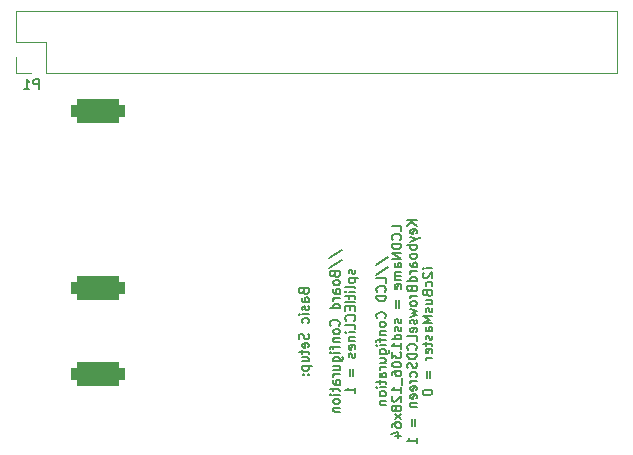
<source format=gbo>
%TF.GenerationSoftware,KiCad,Pcbnew,(6.0.2)*%
%TF.CreationDate,2022-03-15T19:15:36-04:00*%
%TF.ProjectId,Pi1541_Main_Board,50693135-3431-45f4-9d61-696e5f426f61,1.0*%
%TF.SameCoordinates,Original*%
%TF.FileFunction,Legend,Bot*%
%TF.FilePolarity,Positive*%
%FSLAX46Y46*%
G04 Gerber Fmt 4.6, Leading zero omitted, Abs format (unit mm)*
G04 Created by KiCad (PCBNEW (6.0.2)) date 2022-03-15 19:15:36*
%MOMM*%
%LPD*%
G01*
G04 APERTURE LIST*
G04 Aperture macros list*
%AMRoundRect*
0 Rectangle with rounded corners*
0 $1 Rounding radius*
0 $2 $3 $4 $5 $6 $7 $8 $9 X,Y pos of 4 corners*
0 Add a 4 corners polygon primitive as box body*
4,1,4,$2,$3,$4,$5,$6,$7,$8,$9,$2,$3,0*
0 Add four circle primitives for the rounded corners*
1,1,$1+$1,$2,$3*
1,1,$1+$1,$4,$5*
1,1,$1+$1,$6,$7*
1,1,$1+$1,$8,$9*
0 Add four rect primitives between the rounded corners*
20,1,$1+$1,$2,$3,$4,$5,0*
20,1,$1+$1,$4,$5,$6,$7,0*
20,1,$1+$1,$6,$7,$8,$9,0*
20,1,$1+$1,$8,$9,$2,$3,0*%
G04 Aperture macros list end*
%ADD10C,0.152400*%
%ADD11C,0.120000*%
%ADD12C,2.400000*%
%ADD13RoundRect,0.500000X-1.800000X0.500000X-1.800000X-0.500000X1.800000X-0.500000X1.800000X0.500000X0*%
%ADD14C,2.000000*%
%ADD15RoundRect,0.500000X-0.500000X-1.800000X0.500000X-1.800000X0.500000X1.800000X-0.500000X1.800000X0*%
%ADD16R,1.700000X1.700000*%
%ADD17O,1.700000X1.700000*%
%ADD18C,2.700000*%
%ADD19O,2.700000X5.400000*%
G04 APERTURE END LIST*
D10*
X138407510Y-80613333D02*
X138446215Y-80729447D01*
X138484920Y-80768152D01*
X138562329Y-80806857D01*
X138678444Y-80806857D01*
X138755853Y-80768152D01*
X138794558Y-80729447D01*
X138833263Y-80652038D01*
X138833263Y-80342400D01*
X138020463Y-80342400D01*
X138020463Y-80613333D01*
X138059168Y-80690742D01*
X138097872Y-80729447D01*
X138175282Y-80768152D01*
X138252691Y-80768152D01*
X138330101Y-80729447D01*
X138368806Y-80690742D01*
X138407510Y-80613333D01*
X138407510Y-80342400D01*
X138833263Y-81503542D02*
X138407510Y-81503542D01*
X138330101Y-81464838D01*
X138291396Y-81387428D01*
X138291396Y-81232609D01*
X138330101Y-81155200D01*
X138794558Y-81503542D02*
X138833263Y-81426133D01*
X138833263Y-81232609D01*
X138794558Y-81155200D01*
X138717148Y-81116495D01*
X138639739Y-81116495D01*
X138562329Y-81155200D01*
X138523625Y-81232609D01*
X138523625Y-81426133D01*
X138484920Y-81503542D01*
X138794558Y-81851885D02*
X138833263Y-81929295D01*
X138833263Y-82084114D01*
X138794558Y-82161523D01*
X138717148Y-82200228D01*
X138678444Y-82200228D01*
X138601034Y-82161523D01*
X138562329Y-82084114D01*
X138562329Y-81968000D01*
X138523625Y-81890590D01*
X138446215Y-81851885D01*
X138407510Y-81851885D01*
X138330101Y-81890590D01*
X138291396Y-81968000D01*
X138291396Y-82084114D01*
X138330101Y-82161523D01*
X138833263Y-82548571D02*
X138291396Y-82548571D01*
X138020463Y-82548571D02*
X138059168Y-82509866D01*
X138097872Y-82548571D01*
X138059168Y-82587276D01*
X138020463Y-82548571D01*
X138097872Y-82548571D01*
X138794558Y-83283961D02*
X138833263Y-83206552D01*
X138833263Y-83051733D01*
X138794558Y-82974323D01*
X138755853Y-82935619D01*
X138678444Y-82896914D01*
X138446215Y-82896914D01*
X138368806Y-82935619D01*
X138330101Y-82974323D01*
X138291396Y-83051733D01*
X138291396Y-83206552D01*
X138330101Y-83283961D01*
X138794558Y-84212876D02*
X138833263Y-84328990D01*
X138833263Y-84522514D01*
X138794558Y-84599923D01*
X138755853Y-84638628D01*
X138678444Y-84677333D01*
X138601034Y-84677333D01*
X138523625Y-84638628D01*
X138484920Y-84599923D01*
X138446215Y-84522514D01*
X138407510Y-84367695D01*
X138368806Y-84290285D01*
X138330101Y-84251580D01*
X138252691Y-84212876D01*
X138175282Y-84212876D01*
X138097872Y-84251580D01*
X138059168Y-84290285D01*
X138020463Y-84367695D01*
X138020463Y-84561219D01*
X138059168Y-84677333D01*
X138794558Y-85335314D02*
X138833263Y-85257904D01*
X138833263Y-85103085D01*
X138794558Y-85025676D01*
X138717148Y-84986971D01*
X138407510Y-84986971D01*
X138330101Y-85025676D01*
X138291396Y-85103085D01*
X138291396Y-85257904D01*
X138330101Y-85335314D01*
X138407510Y-85374019D01*
X138484920Y-85374019D01*
X138562329Y-84986971D01*
X138291396Y-85606247D02*
X138291396Y-85915885D01*
X138020463Y-85722361D02*
X138717148Y-85722361D01*
X138794558Y-85761066D01*
X138833263Y-85838476D01*
X138833263Y-85915885D01*
X138291396Y-86535161D02*
X138833263Y-86535161D01*
X138291396Y-86186819D02*
X138717148Y-86186819D01*
X138794558Y-86225523D01*
X138833263Y-86302933D01*
X138833263Y-86419047D01*
X138794558Y-86496457D01*
X138755853Y-86535161D01*
X138291396Y-86922209D02*
X139104196Y-86922209D01*
X138330101Y-86922209D02*
X138291396Y-86999619D01*
X138291396Y-87154438D01*
X138330101Y-87231847D01*
X138368806Y-87270552D01*
X138446215Y-87309257D01*
X138678444Y-87309257D01*
X138755853Y-87270552D01*
X138794558Y-87231847D01*
X138833263Y-87154438D01*
X138833263Y-86999619D01*
X138794558Y-86922209D01*
X138755853Y-87657600D02*
X138794558Y-87696304D01*
X138833263Y-87657600D01*
X138794558Y-87618895D01*
X138755853Y-87657600D01*
X138833263Y-87657600D01*
X138330101Y-87657600D02*
X138368806Y-87696304D01*
X138407510Y-87657600D01*
X138368806Y-87618895D01*
X138330101Y-87657600D01*
X138407510Y-87657600D01*
X140598974Y-77768533D02*
X141644003Y-77071847D01*
X140598974Y-78620038D02*
X141644003Y-77923352D01*
X141024726Y-79161904D02*
X141063431Y-79278019D01*
X141102136Y-79316723D01*
X141179545Y-79355428D01*
X141295660Y-79355428D01*
X141373069Y-79316723D01*
X141411774Y-79278019D01*
X141450479Y-79200609D01*
X141450479Y-78890971D01*
X140637679Y-78890971D01*
X140637679Y-79161904D01*
X140676384Y-79239314D01*
X140715088Y-79278019D01*
X140792498Y-79316723D01*
X140869907Y-79316723D01*
X140947317Y-79278019D01*
X140986022Y-79239314D01*
X141024726Y-79161904D01*
X141024726Y-78890971D01*
X141450479Y-79819885D02*
X141411774Y-79742476D01*
X141373069Y-79703771D01*
X141295660Y-79665066D01*
X141063431Y-79665066D01*
X140986022Y-79703771D01*
X140947317Y-79742476D01*
X140908612Y-79819885D01*
X140908612Y-79936000D01*
X140947317Y-80013409D01*
X140986022Y-80052114D01*
X141063431Y-80090819D01*
X141295660Y-80090819D01*
X141373069Y-80052114D01*
X141411774Y-80013409D01*
X141450479Y-79936000D01*
X141450479Y-79819885D01*
X141450479Y-80787504D02*
X141024726Y-80787504D01*
X140947317Y-80748800D01*
X140908612Y-80671390D01*
X140908612Y-80516571D01*
X140947317Y-80439161D01*
X141411774Y-80787504D02*
X141450479Y-80710095D01*
X141450479Y-80516571D01*
X141411774Y-80439161D01*
X141334364Y-80400457D01*
X141256955Y-80400457D01*
X141179545Y-80439161D01*
X141140841Y-80516571D01*
X141140841Y-80710095D01*
X141102136Y-80787504D01*
X141450479Y-81174552D02*
X140908612Y-81174552D01*
X141063431Y-81174552D02*
X140986022Y-81213257D01*
X140947317Y-81251961D01*
X140908612Y-81329371D01*
X140908612Y-81406780D01*
X141450479Y-82026057D02*
X140637679Y-82026057D01*
X141411774Y-82026057D02*
X141450479Y-81948647D01*
X141450479Y-81793828D01*
X141411774Y-81716419D01*
X141373069Y-81677714D01*
X141295660Y-81639009D01*
X141063431Y-81639009D01*
X140986022Y-81677714D01*
X140947317Y-81716419D01*
X140908612Y-81793828D01*
X140908612Y-81948647D01*
X140947317Y-82026057D01*
X141373069Y-83496838D02*
X141411774Y-83458133D01*
X141450479Y-83342019D01*
X141450479Y-83264609D01*
X141411774Y-83148495D01*
X141334364Y-83071085D01*
X141256955Y-83032380D01*
X141102136Y-82993676D01*
X140986022Y-82993676D01*
X140831203Y-83032380D01*
X140753793Y-83071085D01*
X140676384Y-83148495D01*
X140637679Y-83264609D01*
X140637679Y-83342019D01*
X140676384Y-83458133D01*
X140715088Y-83496838D01*
X141450479Y-83961295D02*
X141411774Y-83883885D01*
X141373069Y-83845180D01*
X141295660Y-83806476D01*
X141063431Y-83806476D01*
X140986022Y-83845180D01*
X140947317Y-83883885D01*
X140908612Y-83961295D01*
X140908612Y-84077409D01*
X140947317Y-84154819D01*
X140986022Y-84193523D01*
X141063431Y-84232228D01*
X141295660Y-84232228D01*
X141373069Y-84193523D01*
X141411774Y-84154819D01*
X141450479Y-84077409D01*
X141450479Y-83961295D01*
X140908612Y-84580571D02*
X141450479Y-84580571D01*
X140986022Y-84580571D02*
X140947317Y-84619276D01*
X140908612Y-84696685D01*
X140908612Y-84812800D01*
X140947317Y-84890209D01*
X141024726Y-84928914D01*
X141450479Y-84928914D01*
X140908612Y-85199847D02*
X140908612Y-85509485D01*
X141450479Y-85315961D02*
X140753793Y-85315961D01*
X140676384Y-85354666D01*
X140637679Y-85432076D01*
X140637679Y-85509485D01*
X141450479Y-85780419D02*
X140908612Y-85780419D01*
X140637679Y-85780419D02*
X140676384Y-85741714D01*
X140715088Y-85780419D01*
X140676384Y-85819123D01*
X140637679Y-85780419D01*
X140715088Y-85780419D01*
X140908612Y-86515809D02*
X141566593Y-86515809D01*
X141644003Y-86477104D01*
X141682707Y-86438400D01*
X141721412Y-86360990D01*
X141721412Y-86244876D01*
X141682707Y-86167466D01*
X141411774Y-86515809D02*
X141450479Y-86438400D01*
X141450479Y-86283580D01*
X141411774Y-86206171D01*
X141373069Y-86167466D01*
X141295660Y-86128761D01*
X141063431Y-86128761D01*
X140986022Y-86167466D01*
X140947317Y-86206171D01*
X140908612Y-86283580D01*
X140908612Y-86438400D01*
X140947317Y-86515809D01*
X140908612Y-87251200D02*
X141450479Y-87251200D01*
X140908612Y-86902857D02*
X141334364Y-86902857D01*
X141411774Y-86941561D01*
X141450479Y-87018971D01*
X141450479Y-87135085D01*
X141411774Y-87212495D01*
X141373069Y-87251200D01*
X141450479Y-87638247D02*
X140908612Y-87638247D01*
X141063431Y-87638247D02*
X140986022Y-87676952D01*
X140947317Y-87715657D01*
X140908612Y-87793066D01*
X140908612Y-87870476D01*
X141450479Y-88489752D02*
X141024726Y-88489752D01*
X140947317Y-88451047D01*
X140908612Y-88373638D01*
X140908612Y-88218819D01*
X140947317Y-88141409D01*
X141411774Y-88489752D02*
X141450479Y-88412342D01*
X141450479Y-88218819D01*
X141411774Y-88141409D01*
X141334364Y-88102704D01*
X141256955Y-88102704D01*
X141179545Y-88141409D01*
X141140841Y-88218819D01*
X141140841Y-88412342D01*
X141102136Y-88489752D01*
X140908612Y-88760685D02*
X140908612Y-89070323D01*
X140637679Y-88876800D02*
X141334364Y-88876800D01*
X141411774Y-88915504D01*
X141450479Y-88992914D01*
X141450479Y-89070323D01*
X141450479Y-89341257D02*
X140908612Y-89341257D01*
X140637679Y-89341257D02*
X140676384Y-89302552D01*
X140715088Y-89341257D01*
X140676384Y-89379961D01*
X140637679Y-89341257D01*
X140715088Y-89341257D01*
X141450479Y-89844419D02*
X141411774Y-89767009D01*
X141373069Y-89728304D01*
X141295660Y-89689600D01*
X141063431Y-89689600D01*
X140986022Y-89728304D01*
X140947317Y-89767009D01*
X140908612Y-89844419D01*
X140908612Y-89960533D01*
X140947317Y-90037942D01*
X140986022Y-90076647D01*
X141063431Y-90115352D01*
X141295660Y-90115352D01*
X141373069Y-90076647D01*
X141411774Y-90037942D01*
X141450479Y-89960533D01*
X141450479Y-89844419D01*
X140908612Y-90463695D02*
X141450479Y-90463695D01*
X140986022Y-90463695D02*
X140947317Y-90502400D01*
X140908612Y-90579809D01*
X140908612Y-90695923D01*
X140947317Y-90773333D01*
X141024726Y-90812038D01*
X141450479Y-90812038D01*
X142720382Y-78774857D02*
X142759087Y-78852266D01*
X142759087Y-79007085D01*
X142720382Y-79084495D01*
X142642972Y-79123200D01*
X142604268Y-79123200D01*
X142526858Y-79084495D01*
X142488153Y-79007085D01*
X142488153Y-78890971D01*
X142449449Y-78813561D01*
X142372039Y-78774857D01*
X142333334Y-78774857D01*
X142255925Y-78813561D01*
X142217220Y-78890971D01*
X142217220Y-79007085D01*
X142255925Y-79084495D01*
X142217220Y-79471542D02*
X143030020Y-79471542D01*
X142255925Y-79471542D02*
X142217220Y-79548952D01*
X142217220Y-79703771D01*
X142255925Y-79781180D01*
X142294630Y-79819885D01*
X142372039Y-79858590D01*
X142604268Y-79858590D01*
X142681677Y-79819885D01*
X142720382Y-79781180D01*
X142759087Y-79703771D01*
X142759087Y-79548952D01*
X142720382Y-79471542D01*
X142759087Y-80323047D02*
X142720382Y-80245638D01*
X142642972Y-80206933D01*
X141946287Y-80206933D01*
X142759087Y-80632685D02*
X142217220Y-80632685D01*
X141946287Y-80632685D02*
X141984992Y-80593980D01*
X142023696Y-80632685D01*
X141984992Y-80671390D01*
X141946287Y-80632685D01*
X142023696Y-80632685D01*
X142217220Y-80903619D02*
X142217220Y-81213257D01*
X141946287Y-81019733D02*
X142642972Y-81019733D01*
X142720382Y-81058438D01*
X142759087Y-81135847D01*
X142759087Y-81213257D01*
X142759087Y-81484190D02*
X141946287Y-81484190D01*
X142333334Y-81871238D02*
X142333334Y-82142171D01*
X142759087Y-82258285D02*
X142759087Y-81871238D01*
X141946287Y-81871238D01*
X141946287Y-82258285D01*
X142681677Y-83071085D02*
X142720382Y-83032380D01*
X142759087Y-82916266D01*
X142759087Y-82838857D01*
X142720382Y-82722742D01*
X142642972Y-82645333D01*
X142565563Y-82606628D01*
X142410744Y-82567923D01*
X142294630Y-82567923D01*
X142139811Y-82606628D01*
X142062401Y-82645333D01*
X141984992Y-82722742D01*
X141946287Y-82838857D01*
X141946287Y-82916266D01*
X141984992Y-83032380D01*
X142023696Y-83071085D01*
X142759087Y-83806476D02*
X142759087Y-83419428D01*
X141946287Y-83419428D01*
X142759087Y-84077409D02*
X142217220Y-84077409D01*
X141946287Y-84077409D02*
X141984992Y-84038704D01*
X142023696Y-84077409D01*
X141984992Y-84116114D01*
X141946287Y-84077409D01*
X142023696Y-84077409D01*
X142217220Y-84464457D02*
X142759087Y-84464457D01*
X142294630Y-84464457D02*
X142255925Y-84503161D01*
X142217220Y-84580571D01*
X142217220Y-84696685D01*
X142255925Y-84774095D01*
X142333334Y-84812800D01*
X142759087Y-84812800D01*
X142720382Y-85509485D02*
X142759087Y-85432076D01*
X142759087Y-85277257D01*
X142720382Y-85199847D01*
X142642972Y-85161142D01*
X142333334Y-85161142D01*
X142255925Y-85199847D01*
X142217220Y-85277257D01*
X142217220Y-85432076D01*
X142255925Y-85509485D01*
X142333334Y-85548190D01*
X142410744Y-85548190D01*
X142488153Y-85161142D01*
X142720382Y-85857828D02*
X142759087Y-85935238D01*
X142759087Y-86090057D01*
X142720382Y-86167466D01*
X142642972Y-86206171D01*
X142604268Y-86206171D01*
X142526858Y-86167466D01*
X142488153Y-86090057D01*
X142488153Y-85973942D01*
X142449449Y-85896533D01*
X142372039Y-85857828D01*
X142333334Y-85857828D01*
X142255925Y-85896533D01*
X142217220Y-85973942D01*
X142217220Y-86090057D01*
X142255925Y-86167466D01*
X142333334Y-87173790D02*
X142333334Y-87793066D01*
X142565563Y-87793066D02*
X142565563Y-87173790D01*
X142759087Y-89225142D02*
X142759087Y-88760685D01*
X142759087Y-88992914D02*
X141946287Y-88992914D01*
X142062401Y-88915504D01*
X142139811Y-88838095D01*
X142178515Y-88760685D01*
X144524798Y-78387809D02*
X145569827Y-77691123D01*
X144524798Y-79239314D02*
X145569827Y-78542628D01*
X145376303Y-79897295D02*
X145376303Y-79510247D01*
X144563503Y-79510247D01*
X145298893Y-80632685D02*
X145337598Y-80593980D01*
X145376303Y-80477866D01*
X145376303Y-80400457D01*
X145337598Y-80284342D01*
X145260188Y-80206933D01*
X145182779Y-80168228D01*
X145027960Y-80129523D01*
X144911846Y-80129523D01*
X144757027Y-80168228D01*
X144679617Y-80206933D01*
X144602208Y-80284342D01*
X144563503Y-80400457D01*
X144563503Y-80477866D01*
X144602208Y-80593980D01*
X144640912Y-80632685D01*
X145376303Y-80981028D02*
X144563503Y-80981028D01*
X144563503Y-81174552D01*
X144602208Y-81290666D01*
X144679617Y-81368076D01*
X144757027Y-81406780D01*
X144911846Y-81445485D01*
X145027960Y-81445485D01*
X145182779Y-81406780D01*
X145260188Y-81368076D01*
X145337598Y-81290666D01*
X145376303Y-81174552D01*
X145376303Y-80981028D01*
X145298893Y-82877561D02*
X145337598Y-82838857D01*
X145376303Y-82722742D01*
X145376303Y-82645333D01*
X145337598Y-82529219D01*
X145260188Y-82451809D01*
X145182779Y-82413104D01*
X145027960Y-82374399D01*
X144911846Y-82374399D01*
X144757027Y-82413104D01*
X144679617Y-82451809D01*
X144602208Y-82529219D01*
X144563503Y-82645333D01*
X144563503Y-82722742D01*
X144602208Y-82838857D01*
X144640912Y-82877561D01*
X145376303Y-83342019D02*
X145337598Y-83264609D01*
X145298893Y-83225904D01*
X145221484Y-83187199D01*
X144989255Y-83187199D01*
X144911846Y-83225904D01*
X144873141Y-83264609D01*
X144834436Y-83342019D01*
X144834436Y-83458133D01*
X144873141Y-83535542D01*
X144911846Y-83574247D01*
X144989255Y-83612952D01*
X145221484Y-83612952D01*
X145298893Y-83574247D01*
X145337598Y-83535542D01*
X145376303Y-83458133D01*
X145376303Y-83342019D01*
X144834436Y-83961295D02*
X145376303Y-83961295D01*
X144911846Y-83961295D02*
X144873141Y-83999999D01*
X144834436Y-84077409D01*
X144834436Y-84193523D01*
X144873141Y-84270933D01*
X144950550Y-84309638D01*
X145376303Y-84309638D01*
X144834436Y-84580571D02*
X144834436Y-84890209D01*
X145376303Y-84696685D02*
X144679617Y-84696685D01*
X144602208Y-84735390D01*
X144563503Y-84812799D01*
X144563503Y-84890209D01*
X145376303Y-85161142D02*
X144834436Y-85161142D01*
X144563503Y-85161142D02*
X144602208Y-85122438D01*
X144640912Y-85161142D01*
X144602208Y-85199847D01*
X144563503Y-85161142D01*
X144640912Y-85161142D01*
X144834436Y-85896533D02*
X145492417Y-85896533D01*
X145569827Y-85857828D01*
X145608531Y-85819123D01*
X145647236Y-85741714D01*
X145647236Y-85625599D01*
X145608531Y-85548190D01*
X145337598Y-85896533D02*
X145376303Y-85819123D01*
X145376303Y-85664304D01*
X145337598Y-85586895D01*
X145298893Y-85548190D01*
X145221484Y-85509485D01*
X144989255Y-85509485D01*
X144911846Y-85548190D01*
X144873141Y-85586895D01*
X144834436Y-85664304D01*
X144834436Y-85819123D01*
X144873141Y-85896533D01*
X144834436Y-86631923D02*
X145376303Y-86631923D01*
X144834436Y-86283580D02*
X145260188Y-86283580D01*
X145337598Y-86322285D01*
X145376303Y-86399695D01*
X145376303Y-86515809D01*
X145337598Y-86593219D01*
X145298893Y-86631923D01*
X145376303Y-87018971D02*
X144834436Y-87018971D01*
X144989255Y-87018971D02*
X144911846Y-87057676D01*
X144873141Y-87096380D01*
X144834436Y-87173790D01*
X144834436Y-87251199D01*
X145376303Y-87870476D02*
X144950550Y-87870476D01*
X144873141Y-87831771D01*
X144834436Y-87754361D01*
X144834436Y-87599542D01*
X144873141Y-87522133D01*
X145337598Y-87870476D02*
X145376303Y-87793066D01*
X145376303Y-87599542D01*
X145337598Y-87522133D01*
X145260188Y-87483428D01*
X145182779Y-87483428D01*
X145105369Y-87522133D01*
X145066665Y-87599542D01*
X145066665Y-87793066D01*
X145027960Y-87870476D01*
X144834436Y-88141409D02*
X144834436Y-88451047D01*
X144563503Y-88257523D02*
X145260188Y-88257523D01*
X145337598Y-88296228D01*
X145376303Y-88373638D01*
X145376303Y-88451047D01*
X145376303Y-88721980D02*
X144834436Y-88721980D01*
X144563503Y-88721980D02*
X144602208Y-88683276D01*
X144640912Y-88721980D01*
X144602208Y-88760685D01*
X144563503Y-88721980D01*
X144640912Y-88721980D01*
X145376303Y-89225142D02*
X145337598Y-89147733D01*
X145298893Y-89109028D01*
X145221484Y-89070323D01*
X144989255Y-89070323D01*
X144911846Y-89109028D01*
X144873141Y-89147733D01*
X144834436Y-89225142D01*
X144834436Y-89341257D01*
X144873141Y-89418666D01*
X144911846Y-89457371D01*
X144989255Y-89496076D01*
X145221484Y-89496076D01*
X145298893Y-89457371D01*
X145337598Y-89418666D01*
X145376303Y-89341257D01*
X145376303Y-89225142D01*
X144834436Y-89844419D02*
X145376303Y-89844419D01*
X144911846Y-89844419D02*
X144873141Y-89883123D01*
X144834436Y-89960533D01*
X144834436Y-90076647D01*
X144873141Y-90154057D01*
X144950550Y-90192761D01*
X145376303Y-90192761D01*
X146684911Y-75484952D02*
X146684911Y-75097904D01*
X145872111Y-75097904D01*
X146607501Y-76220342D02*
X146646206Y-76181638D01*
X146684911Y-76065523D01*
X146684911Y-75988114D01*
X146646206Y-75872000D01*
X146568796Y-75794590D01*
X146491387Y-75755885D01*
X146336568Y-75717180D01*
X146220454Y-75717180D01*
X146065635Y-75755885D01*
X145988225Y-75794590D01*
X145910816Y-75872000D01*
X145872111Y-75988114D01*
X145872111Y-76065523D01*
X145910816Y-76181638D01*
X145949520Y-76220342D01*
X146684911Y-76568685D02*
X145872111Y-76568685D01*
X145872111Y-76762209D01*
X145910816Y-76878323D01*
X145988225Y-76955733D01*
X146065635Y-76994438D01*
X146220454Y-77033142D01*
X146336568Y-77033142D01*
X146491387Y-76994438D01*
X146568796Y-76955733D01*
X146646206Y-76878323D01*
X146684911Y-76762209D01*
X146684911Y-76568685D01*
X146684911Y-77381485D02*
X145872111Y-77381485D01*
X146684911Y-77845942D01*
X145872111Y-77845942D01*
X146684911Y-78581333D02*
X146259158Y-78581333D01*
X146181749Y-78542628D01*
X146143044Y-78465219D01*
X146143044Y-78310400D01*
X146181749Y-78232990D01*
X146646206Y-78581333D02*
X146684911Y-78503923D01*
X146684911Y-78310400D01*
X146646206Y-78232990D01*
X146568796Y-78194285D01*
X146491387Y-78194285D01*
X146413977Y-78232990D01*
X146375273Y-78310400D01*
X146375273Y-78503923D01*
X146336568Y-78581333D01*
X146684911Y-78968380D02*
X146143044Y-78968380D01*
X146220454Y-78968380D02*
X146181749Y-79007085D01*
X146143044Y-79084495D01*
X146143044Y-79200609D01*
X146181749Y-79278019D01*
X146259158Y-79316723D01*
X146684911Y-79316723D01*
X146259158Y-79316723D02*
X146181749Y-79355428D01*
X146143044Y-79432838D01*
X146143044Y-79548952D01*
X146181749Y-79626361D01*
X146259158Y-79665066D01*
X146684911Y-79665066D01*
X146646206Y-80361752D02*
X146684911Y-80284342D01*
X146684911Y-80129523D01*
X146646206Y-80052114D01*
X146568796Y-80013409D01*
X146259158Y-80013409D01*
X146181749Y-80052114D01*
X146143044Y-80129523D01*
X146143044Y-80284342D01*
X146181749Y-80361752D01*
X146259158Y-80400457D01*
X146336568Y-80400457D01*
X146413977Y-80013409D01*
X146259158Y-81368076D02*
X146259158Y-81987352D01*
X146491387Y-81987352D02*
X146491387Y-81368076D01*
X146646206Y-82954971D02*
X146684911Y-83032380D01*
X146684911Y-83187200D01*
X146646206Y-83264609D01*
X146568796Y-83303314D01*
X146530092Y-83303314D01*
X146452682Y-83264609D01*
X146413977Y-83187200D01*
X146413977Y-83071085D01*
X146375273Y-82993676D01*
X146297863Y-82954971D01*
X146259158Y-82954971D01*
X146181749Y-82993676D01*
X146143044Y-83071085D01*
X146143044Y-83187200D01*
X146181749Y-83264609D01*
X146646206Y-83612952D02*
X146684911Y-83690361D01*
X146684911Y-83845180D01*
X146646206Y-83922590D01*
X146568796Y-83961295D01*
X146530092Y-83961295D01*
X146452682Y-83922590D01*
X146413977Y-83845180D01*
X146413977Y-83729066D01*
X146375273Y-83651657D01*
X146297863Y-83612952D01*
X146259158Y-83612952D01*
X146181749Y-83651657D01*
X146143044Y-83729066D01*
X146143044Y-83845180D01*
X146181749Y-83922590D01*
X146684911Y-84657980D02*
X145872111Y-84657980D01*
X146646206Y-84657980D02*
X146684911Y-84580571D01*
X146684911Y-84425752D01*
X146646206Y-84348342D01*
X146607501Y-84309638D01*
X146530092Y-84270933D01*
X146297863Y-84270933D01*
X146220454Y-84309638D01*
X146181749Y-84348342D01*
X146143044Y-84425752D01*
X146143044Y-84580571D01*
X146181749Y-84657980D01*
X146684911Y-85470780D02*
X146684911Y-85006323D01*
X146684911Y-85238552D02*
X145872111Y-85238552D01*
X145988225Y-85161142D01*
X146065635Y-85083733D01*
X146104339Y-85006323D01*
X145872111Y-85741714D02*
X145872111Y-86244876D01*
X146181749Y-85973942D01*
X146181749Y-86090057D01*
X146220454Y-86167466D01*
X146259158Y-86206171D01*
X146336568Y-86244876D01*
X146530092Y-86244876D01*
X146607501Y-86206171D01*
X146646206Y-86167466D01*
X146684911Y-86090057D01*
X146684911Y-85857828D01*
X146646206Y-85780419D01*
X146607501Y-85741714D01*
X145872111Y-86748038D02*
X145872111Y-86825447D01*
X145910816Y-86902857D01*
X145949520Y-86941561D01*
X146026930Y-86980266D01*
X146181749Y-87018971D01*
X146375273Y-87018971D01*
X146530092Y-86980266D01*
X146607501Y-86941561D01*
X146646206Y-86902857D01*
X146684911Y-86825447D01*
X146684911Y-86748038D01*
X146646206Y-86670628D01*
X146607501Y-86631923D01*
X146530092Y-86593219D01*
X146375273Y-86554514D01*
X146181749Y-86554514D01*
X146026930Y-86593219D01*
X145949520Y-86631923D01*
X145910816Y-86670628D01*
X145872111Y-86748038D01*
X145872111Y-87715657D02*
X145872111Y-87560838D01*
X145910816Y-87483428D01*
X145949520Y-87444723D01*
X146065635Y-87367314D01*
X146220454Y-87328609D01*
X146530092Y-87328609D01*
X146607501Y-87367314D01*
X146646206Y-87406019D01*
X146684911Y-87483428D01*
X146684911Y-87638247D01*
X146646206Y-87715657D01*
X146607501Y-87754361D01*
X146530092Y-87793066D01*
X146336568Y-87793066D01*
X146259158Y-87754361D01*
X146220454Y-87715657D01*
X146181749Y-87638247D01*
X146181749Y-87483428D01*
X146220454Y-87406019D01*
X146259158Y-87367314D01*
X146336568Y-87328609D01*
X146762320Y-87947885D02*
X146762320Y-88567161D01*
X146684911Y-89186438D02*
X146684911Y-88721980D01*
X146684911Y-88954209D02*
X145872111Y-88954209D01*
X145988225Y-88876800D01*
X146065635Y-88799390D01*
X146104339Y-88721980D01*
X145949520Y-89496076D02*
X145910816Y-89534780D01*
X145872111Y-89612190D01*
X145872111Y-89805714D01*
X145910816Y-89883123D01*
X145949520Y-89921828D01*
X146026930Y-89960533D01*
X146104339Y-89960533D01*
X146220454Y-89921828D01*
X146684911Y-89457371D01*
X146684911Y-89960533D01*
X146220454Y-90424990D02*
X146181749Y-90347580D01*
X146143044Y-90308876D01*
X146065635Y-90270171D01*
X146026930Y-90270171D01*
X145949520Y-90308876D01*
X145910816Y-90347580D01*
X145872111Y-90424990D01*
X145872111Y-90579809D01*
X145910816Y-90657219D01*
X145949520Y-90695923D01*
X146026930Y-90734628D01*
X146065635Y-90734628D01*
X146143044Y-90695923D01*
X146181749Y-90657219D01*
X146220454Y-90579809D01*
X146220454Y-90424990D01*
X146259158Y-90347580D01*
X146297863Y-90308876D01*
X146375273Y-90270171D01*
X146530092Y-90270171D01*
X146607501Y-90308876D01*
X146646206Y-90347580D01*
X146684911Y-90424990D01*
X146684911Y-90579809D01*
X146646206Y-90657219D01*
X146607501Y-90695923D01*
X146530092Y-90734628D01*
X146375273Y-90734628D01*
X146297863Y-90695923D01*
X146259158Y-90657219D01*
X146220454Y-90579809D01*
X146684911Y-91005561D02*
X146143044Y-91431314D01*
X146143044Y-91005561D02*
X146684911Y-91431314D01*
X145872111Y-92089295D02*
X145872111Y-91934476D01*
X145910816Y-91857066D01*
X145949520Y-91818361D01*
X146065635Y-91740952D01*
X146220454Y-91702247D01*
X146530092Y-91702247D01*
X146607501Y-91740952D01*
X146646206Y-91779657D01*
X146684911Y-91857066D01*
X146684911Y-92011885D01*
X146646206Y-92089295D01*
X146607501Y-92128000D01*
X146530092Y-92166704D01*
X146336568Y-92166704D01*
X146259158Y-92128000D01*
X146220454Y-92089295D01*
X146181749Y-92011885D01*
X146181749Y-91857066D01*
X146220454Y-91779657D01*
X146259158Y-91740952D01*
X146336568Y-91702247D01*
X146143044Y-92863390D02*
X146684911Y-92863390D01*
X145833406Y-92669866D02*
X146413977Y-92476342D01*
X146413977Y-92979504D01*
X147993519Y-74575390D02*
X147180719Y-74575390D01*
X147993519Y-75039847D02*
X147529062Y-74691504D01*
X147180719Y-75039847D02*
X147645176Y-74575390D01*
X147954814Y-75697828D02*
X147993519Y-75620419D01*
X147993519Y-75465600D01*
X147954814Y-75388190D01*
X147877404Y-75349485D01*
X147567766Y-75349485D01*
X147490357Y-75388190D01*
X147451652Y-75465600D01*
X147451652Y-75620419D01*
X147490357Y-75697828D01*
X147567766Y-75736533D01*
X147645176Y-75736533D01*
X147722585Y-75349485D01*
X147451652Y-76007466D02*
X147993519Y-76200990D01*
X147451652Y-76394514D02*
X147993519Y-76200990D01*
X148187043Y-76123580D01*
X148225747Y-76084876D01*
X148264452Y-76007466D01*
X147993519Y-76704152D02*
X147180719Y-76704152D01*
X147490357Y-76704152D02*
X147451652Y-76781561D01*
X147451652Y-76936380D01*
X147490357Y-77013790D01*
X147529062Y-77052495D01*
X147606471Y-77091200D01*
X147838700Y-77091200D01*
X147916109Y-77052495D01*
X147954814Y-77013790D01*
X147993519Y-76936380D01*
X147993519Y-76781561D01*
X147954814Y-76704152D01*
X147993519Y-77555657D02*
X147954814Y-77478247D01*
X147916109Y-77439542D01*
X147838700Y-77400838D01*
X147606471Y-77400838D01*
X147529062Y-77439542D01*
X147490357Y-77478247D01*
X147451652Y-77555657D01*
X147451652Y-77671771D01*
X147490357Y-77749180D01*
X147529062Y-77787885D01*
X147606471Y-77826590D01*
X147838700Y-77826590D01*
X147916109Y-77787885D01*
X147954814Y-77749180D01*
X147993519Y-77671771D01*
X147993519Y-77555657D01*
X147993519Y-78523276D02*
X147567766Y-78523276D01*
X147490357Y-78484571D01*
X147451652Y-78407161D01*
X147451652Y-78252342D01*
X147490357Y-78174933D01*
X147954814Y-78523276D02*
X147993519Y-78445866D01*
X147993519Y-78252342D01*
X147954814Y-78174933D01*
X147877404Y-78136228D01*
X147799995Y-78136228D01*
X147722585Y-78174933D01*
X147683881Y-78252342D01*
X147683881Y-78445866D01*
X147645176Y-78523276D01*
X147993519Y-78910323D02*
X147451652Y-78910323D01*
X147606471Y-78910323D02*
X147529062Y-78949028D01*
X147490357Y-78987733D01*
X147451652Y-79065142D01*
X147451652Y-79142552D01*
X147993519Y-79761828D02*
X147180719Y-79761828D01*
X147954814Y-79761828D02*
X147993519Y-79684419D01*
X147993519Y-79529600D01*
X147954814Y-79452190D01*
X147916109Y-79413485D01*
X147838700Y-79374780D01*
X147606471Y-79374780D01*
X147529062Y-79413485D01*
X147490357Y-79452190D01*
X147451652Y-79529600D01*
X147451652Y-79684419D01*
X147490357Y-79761828D01*
X147567766Y-80419809D02*
X147606471Y-80535923D01*
X147645176Y-80574628D01*
X147722585Y-80613333D01*
X147838700Y-80613333D01*
X147916109Y-80574628D01*
X147954814Y-80535923D01*
X147993519Y-80458514D01*
X147993519Y-80148876D01*
X147180719Y-80148876D01*
X147180719Y-80419809D01*
X147219424Y-80497219D01*
X147258128Y-80535923D01*
X147335538Y-80574628D01*
X147412947Y-80574628D01*
X147490357Y-80535923D01*
X147529062Y-80497219D01*
X147567766Y-80419809D01*
X147567766Y-80148876D01*
X147993519Y-80961676D02*
X147451652Y-80961676D01*
X147606471Y-80961676D02*
X147529062Y-81000380D01*
X147490357Y-81039085D01*
X147451652Y-81116495D01*
X147451652Y-81193904D01*
X147993519Y-81580952D02*
X147954814Y-81503542D01*
X147916109Y-81464838D01*
X147838700Y-81426133D01*
X147606471Y-81426133D01*
X147529062Y-81464838D01*
X147490357Y-81503542D01*
X147451652Y-81580952D01*
X147451652Y-81697066D01*
X147490357Y-81774476D01*
X147529062Y-81813180D01*
X147606471Y-81851885D01*
X147838700Y-81851885D01*
X147916109Y-81813180D01*
X147954814Y-81774476D01*
X147993519Y-81697066D01*
X147993519Y-81580952D01*
X147451652Y-82122819D02*
X147993519Y-82277638D01*
X147606471Y-82432457D01*
X147993519Y-82587276D01*
X147451652Y-82742095D01*
X147954814Y-83013028D02*
X147993519Y-83090438D01*
X147993519Y-83245257D01*
X147954814Y-83322666D01*
X147877404Y-83361371D01*
X147838700Y-83361371D01*
X147761290Y-83322666D01*
X147722585Y-83245257D01*
X147722585Y-83129142D01*
X147683881Y-83051733D01*
X147606471Y-83013028D01*
X147567766Y-83013028D01*
X147490357Y-83051733D01*
X147451652Y-83129142D01*
X147451652Y-83245257D01*
X147490357Y-83322666D01*
X147954814Y-84019352D02*
X147993519Y-83941942D01*
X147993519Y-83787123D01*
X147954814Y-83709714D01*
X147877404Y-83671009D01*
X147567766Y-83671009D01*
X147490357Y-83709714D01*
X147451652Y-83787123D01*
X147451652Y-83941942D01*
X147490357Y-84019352D01*
X147567766Y-84058057D01*
X147645176Y-84058057D01*
X147722585Y-83671009D01*
X147993519Y-84793447D02*
X147993519Y-84406400D01*
X147180719Y-84406400D01*
X147916109Y-85528838D02*
X147954814Y-85490133D01*
X147993519Y-85374019D01*
X147993519Y-85296609D01*
X147954814Y-85180495D01*
X147877404Y-85103085D01*
X147799995Y-85064380D01*
X147645176Y-85025676D01*
X147529062Y-85025676D01*
X147374243Y-85064380D01*
X147296833Y-85103085D01*
X147219424Y-85180495D01*
X147180719Y-85296609D01*
X147180719Y-85374019D01*
X147219424Y-85490133D01*
X147258128Y-85528838D01*
X147993519Y-85877180D02*
X147180719Y-85877180D01*
X147180719Y-86070704D01*
X147219424Y-86186819D01*
X147296833Y-86264228D01*
X147374243Y-86302933D01*
X147529062Y-86341638D01*
X147645176Y-86341638D01*
X147799995Y-86302933D01*
X147877404Y-86264228D01*
X147954814Y-86186819D01*
X147993519Y-86070704D01*
X147993519Y-85877180D01*
X147954814Y-86651276D02*
X147993519Y-86767390D01*
X147993519Y-86960914D01*
X147954814Y-87038323D01*
X147916109Y-87077028D01*
X147838700Y-87115733D01*
X147761290Y-87115733D01*
X147683881Y-87077028D01*
X147645176Y-87038323D01*
X147606471Y-86960914D01*
X147567766Y-86806095D01*
X147529062Y-86728685D01*
X147490357Y-86689980D01*
X147412947Y-86651276D01*
X147335538Y-86651276D01*
X147258128Y-86689980D01*
X147219424Y-86728685D01*
X147180719Y-86806095D01*
X147180719Y-86999619D01*
X147219424Y-87115733D01*
X147954814Y-87812419D02*
X147993519Y-87735009D01*
X147993519Y-87580190D01*
X147954814Y-87502780D01*
X147916109Y-87464076D01*
X147838700Y-87425371D01*
X147606471Y-87425371D01*
X147529062Y-87464076D01*
X147490357Y-87502780D01*
X147451652Y-87580190D01*
X147451652Y-87735009D01*
X147490357Y-87812419D01*
X147993519Y-88160761D02*
X147451652Y-88160761D01*
X147606471Y-88160761D02*
X147529062Y-88199466D01*
X147490357Y-88238171D01*
X147451652Y-88315580D01*
X147451652Y-88392990D01*
X147954814Y-88973561D02*
X147993519Y-88896152D01*
X147993519Y-88741333D01*
X147954814Y-88663923D01*
X147877404Y-88625219D01*
X147567766Y-88625219D01*
X147490357Y-88663923D01*
X147451652Y-88741333D01*
X147451652Y-88896152D01*
X147490357Y-88973561D01*
X147567766Y-89012266D01*
X147645176Y-89012266D01*
X147722585Y-88625219D01*
X147954814Y-89670247D02*
X147993519Y-89592838D01*
X147993519Y-89438019D01*
X147954814Y-89360609D01*
X147877404Y-89321904D01*
X147567766Y-89321904D01*
X147490357Y-89360609D01*
X147451652Y-89438019D01*
X147451652Y-89592838D01*
X147490357Y-89670247D01*
X147567766Y-89708952D01*
X147645176Y-89708952D01*
X147722585Y-89321904D01*
X147451652Y-90057295D02*
X147993519Y-90057295D01*
X147529062Y-90057295D02*
X147490357Y-90096000D01*
X147451652Y-90173409D01*
X147451652Y-90289523D01*
X147490357Y-90366933D01*
X147567766Y-90405638D01*
X147993519Y-90405638D01*
X147567766Y-91411961D02*
X147567766Y-92031238D01*
X147799995Y-92031238D02*
X147799995Y-91411961D01*
X147993519Y-93463314D02*
X147993519Y-92998857D01*
X147993519Y-93231085D02*
X147180719Y-93231085D01*
X147296833Y-93153676D01*
X147374243Y-93076266D01*
X147412947Y-92998857D01*
X149302127Y-78658742D02*
X148760260Y-78658742D01*
X148489327Y-78658742D02*
X148528032Y-78620038D01*
X148566736Y-78658742D01*
X148528032Y-78697447D01*
X148489327Y-78658742D01*
X148566736Y-78658742D01*
X148566736Y-79007085D02*
X148528032Y-79045790D01*
X148489327Y-79123200D01*
X148489327Y-79316723D01*
X148528032Y-79394133D01*
X148566736Y-79432838D01*
X148644146Y-79471542D01*
X148721555Y-79471542D01*
X148837670Y-79432838D01*
X149302127Y-78968380D01*
X149302127Y-79471542D01*
X149263422Y-80168228D02*
X149302127Y-80090819D01*
X149302127Y-79936000D01*
X149263422Y-79858590D01*
X149224717Y-79819885D01*
X149147308Y-79781180D01*
X148915079Y-79781180D01*
X148837670Y-79819885D01*
X148798965Y-79858590D01*
X148760260Y-79936000D01*
X148760260Y-80090819D01*
X148798965Y-80168228D01*
X148876374Y-80787504D02*
X148915079Y-80903619D01*
X148953784Y-80942323D01*
X149031193Y-80981028D01*
X149147308Y-80981028D01*
X149224717Y-80942323D01*
X149263422Y-80903619D01*
X149302127Y-80826209D01*
X149302127Y-80516571D01*
X148489327Y-80516571D01*
X148489327Y-80787504D01*
X148528032Y-80864914D01*
X148566736Y-80903619D01*
X148644146Y-80942323D01*
X148721555Y-80942323D01*
X148798965Y-80903619D01*
X148837670Y-80864914D01*
X148876374Y-80787504D01*
X148876374Y-80516571D01*
X148760260Y-81677714D02*
X149302127Y-81677714D01*
X148760260Y-81329371D02*
X149186012Y-81329371D01*
X149263422Y-81368076D01*
X149302127Y-81445485D01*
X149302127Y-81561600D01*
X149263422Y-81639009D01*
X149224717Y-81677714D01*
X149263422Y-82026057D02*
X149302127Y-82103466D01*
X149302127Y-82258285D01*
X149263422Y-82335695D01*
X149186012Y-82374400D01*
X149147308Y-82374400D01*
X149069898Y-82335695D01*
X149031193Y-82258285D01*
X149031193Y-82142171D01*
X148992489Y-82064761D01*
X148915079Y-82026057D01*
X148876374Y-82026057D01*
X148798965Y-82064761D01*
X148760260Y-82142171D01*
X148760260Y-82258285D01*
X148798965Y-82335695D01*
X149302127Y-82722742D02*
X148489327Y-82722742D01*
X149069898Y-82993676D01*
X148489327Y-83264609D01*
X149302127Y-83264609D01*
X149302127Y-84000000D02*
X148876374Y-84000000D01*
X148798965Y-83961295D01*
X148760260Y-83883885D01*
X148760260Y-83729066D01*
X148798965Y-83651657D01*
X149263422Y-84000000D02*
X149302127Y-83922590D01*
X149302127Y-83729066D01*
X149263422Y-83651657D01*
X149186012Y-83612952D01*
X149108603Y-83612952D01*
X149031193Y-83651657D01*
X148992489Y-83729066D01*
X148992489Y-83922590D01*
X148953784Y-84000000D01*
X149263422Y-84348342D02*
X149302127Y-84425752D01*
X149302127Y-84580571D01*
X149263422Y-84657980D01*
X149186012Y-84696685D01*
X149147308Y-84696685D01*
X149069898Y-84657980D01*
X149031193Y-84580571D01*
X149031193Y-84464457D01*
X148992489Y-84387047D01*
X148915079Y-84348342D01*
X148876374Y-84348342D01*
X148798965Y-84387047D01*
X148760260Y-84464457D01*
X148760260Y-84580571D01*
X148798965Y-84657980D01*
X148760260Y-84928914D02*
X148760260Y-85238552D01*
X148489327Y-85045028D02*
X149186012Y-85045028D01*
X149263422Y-85083733D01*
X149302127Y-85161142D01*
X149302127Y-85238552D01*
X149263422Y-85819123D02*
X149302127Y-85741714D01*
X149302127Y-85586895D01*
X149263422Y-85509485D01*
X149186012Y-85470780D01*
X148876374Y-85470780D01*
X148798965Y-85509485D01*
X148760260Y-85586895D01*
X148760260Y-85741714D01*
X148798965Y-85819123D01*
X148876374Y-85857828D01*
X148953784Y-85857828D01*
X149031193Y-85470780D01*
X149302127Y-86206171D02*
X148760260Y-86206171D01*
X148915079Y-86206171D02*
X148837670Y-86244876D01*
X148798965Y-86283580D01*
X148760260Y-86360990D01*
X148760260Y-86438400D01*
X148876374Y-87328609D02*
X148876374Y-87947885D01*
X149108603Y-87947885D02*
X149108603Y-87328609D01*
X148489327Y-89109028D02*
X148489327Y-89186438D01*
X148528032Y-89263847D01*
X148566736Y-89302552D01*
X148644146Y-89341257D01*
X148798965Y-89379961D01*
X148992489Y-89379961D01*
X149147308Y-89341257D01*
X149224717Y-89302552D01*
X149263422Y-89263847D01*
X149302127Y-89186438D01*
X149302127Y-89109028D01*
X149263422Y-89031619D01*
X149224717Y-88992914D01*
X149147308Y-88954209D01*
X148992489Y-88915504D01*
X148798965Y-88915504D01*
X148644146Y-88954209D01*
X148566736Y-88992914D01*
X148528032Y-89031619D01*
X148489327Y-89109028D01*
X115969923Y-63467695D02*
X115969923Y-62654895D01*
X115660285Y-62654895D01*
X115582876Y-62693600D01*
X115544171Y-62732304D01*
X115505466Y-62809714D01*
X115505466Y-62925828D01*
X115544171Y-63003238D01*
X115582876Y-63041942D01*
X115660285Y-63080647D01*
X115969923Y-63080647D01*
X114731371Y-63467695D02*
X115195828Y-63467695D01*
X114963600Y-63467695D02*
X114963600Y-62654895D01*
X115041009Y-62771009D01*
X115118419Y-62848419D01*
X115195828Y-62887123D01*
D11*
X116640000Y-62100000D02*
X164960000Y-62100000D01*
X114040000Y-60770000D02*
X114040000Y-62100000D01*
X114040000Y-59500000D02*
X116640000Y-59500000D01*
X114040000Y-56900000D02*
X114040000Y-59500000D01*
X114040000Y-56900000D02*
X164960000Y-56900000D01*
X116640000Y-59500000D02*
X116640000Y-62100000D01*
X114040000Y-62100000D02*
X115370000Y-62100000D01*
X164960000Y-56900000D02*
X164960000Y-62100000D01*
%LPC*%
D12*
X114725000Y-102641666D03*
X114725000Y-87641666D03*
D13*
X120975000Y-102641666D03*
D14*
X122225000Y-100141666D03*
X119725000Y-95141666D03*
X122225000Y-90141666D03*
D13*
X120975000Y-87641666D03*
D14*
X124725000Y-95141666D03*
D15*
X109725000Y-98891666D03*
X109725000Y-91391666D03*
D16*
X133000000Y-80190000D03*
D17*
X133000000Y-82730000D03*
X133000000Y-85270000D03*
X133000000Y-87810000D03*
D12*
X114725000Y-65358333D03*
X114725000Y-80358333D03*
D13*
X120975000Y-80358333D03*
D14*
X122225000Y-77858333D03*
X119725000Y-72858333D03*
X122225000Y-67858333D03*
D13*
X120975000Y-65358333D03*
D14*
X124725000Y-72858333D03*
D15*
X109725000Y-69108333D03*
X109725000Y-76608333D03*
D18*
X168500000Y-108500000D03*
X110500000Y-108500000D03*
D16*
X160000000Y-80190000D03*
D17*
X157460000Y-80190000D03*
X160000000Y-82730000D03*
X157460000Y-82730000D03*
X160000000Y-85270000D03*
X157460000Y-85270000D03*
X160000000Y-87810000D03*
X157460000Y-87810000D03*
D19*
X153400000Y-94550000D03*
X129600000Y-73450000D03*
X153400000Y-73450000D03*
X129600000Y-94550000D03*
D18*
X110500000Y-59500000D03*
X168500000Y-59500000D03*
D16*
X115370000Y-60770000D03*
D17*
X115370000Y-58230000D03*
X117910000Y-60770000D03*
X117910000Y-58230000D03*
X120450000Y-60770000D03*
X120450000Y-58230000D03*
X122990000Y-60770000D03*
X122990000Y-58230000D03*
X125530000Y-60770000D03*
X125530000Y-58230000D03*
X128070000Y-60770000D03*
X128070000Y-58230000D03*
X130610000Y-60770000D03*
X130610000Y-58230000D03*
X133150000Y-60770000D03*
X133150000Y-58230000D03*
X135690000Y-60770000D03*
X135690000Y-58230000D03*
X138230000Y-60770000D03*
X138230000Y-58230000D03*
X140770000Y-60770000D03*
X140770000Y-58230000D03*
X143310000Y-60770000D03*
X143310000Y-58230000D03*
X145850000Y-60770000D03*
X145850000Y-58230000D03*
X148390000Y-60770000D03*
X148390000Y-58230000D03*
X150930000Y-60770000D03*
X150930000Y-58230000D03*
X153470000Y-60770000D03*
X153470000Y-58230000D03*
X156010000Y-60770000D03*
X156010000Y-58230000D03*
X158550000Y-60770000D03*
X158550000Y-58230000D03*
X161090000Y-60770000D03*
X161090000Y-58230000D03*
X163630000Y-60770000D03*
X163630000Y-58230000D03*
M02*

</source>
